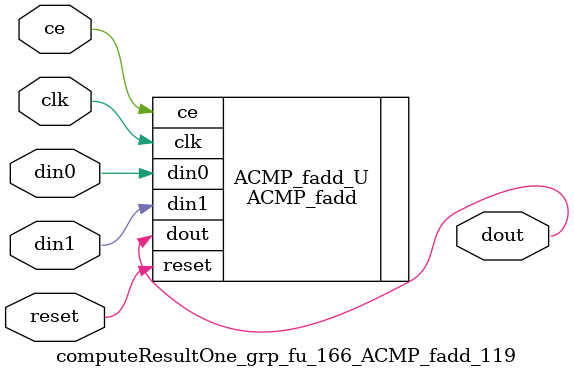
<source format=v>

`timescale 1 ns / 1 ps
module computeResultOne_grp_fu_166_ACMP_fadd_119(
    clk,
    reset,
    ce,
    din0,
    din1,
    dout);

parameter ID = 32'd1;
parameter NUM_STAGE = 32'd1;
parameter din0_WIDTH = 32'd1;
parameter din1_WIDTH = 32'd1;
parameter dout_WIDTH = 32'd1;
input clk;
input reset;
input ce;
input[din0_WIDTH - 1:0] din0;
input[din1_WIDTH - 1:0] din1;
output[dout_WIDTH - 1:0] dout;



ACMP_fadd #(
.ID( ID ),
.NUM_STAGE( 4 ),
.din0_WIDTH( din0_WIDTH ),
.din1_WIDTH( din1_WIDTH ),
.dout_WIDTH( dout_WIDTH ))
ACMP_fadd_U(
    .clk( clk ),
    .reset( reset ),
    .ce( ce ),
    .din0( din0 ),
    .din1( din1 ),
    .dout( dout ));

endmodule

</source>
